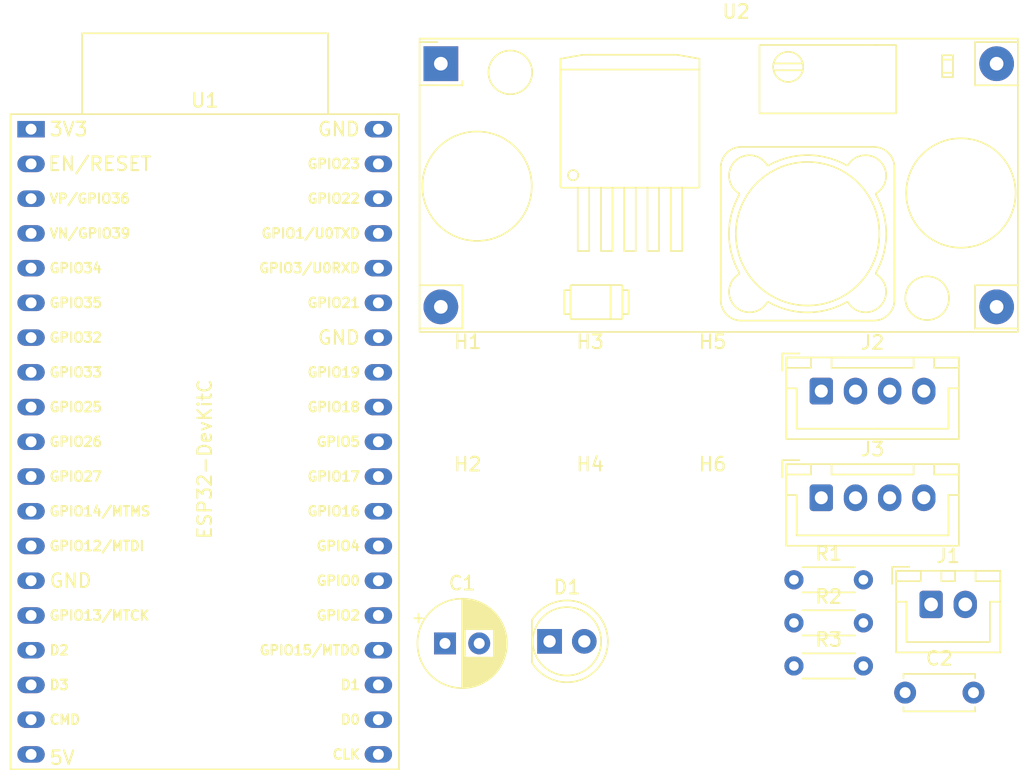
<source format=kicad_pcb>
(kicad_pcb (version 20221018) (generator pcbnew)
  (layers (0 "F.Cu" signal) (31 "B.Cu" signal) (34 "B.Paste" user) (35 "F.Paste" user) (36 "B.SilkS" user "B.Silkscreen") (37 "F.SilkS" user "F.Silkscreen") (38 "B.Mask" user) (39 "F.Mask" user) (44 "Edge.Cuts" user))
  (net 0 "")
  (net 1 "+5V")
  (net 2 "GND")
  (net 3 "Net-(D1-K)")
  (net 4 "LED_ALIVE")
  (net 5 "+12V")
  (net 6 "TXD2")
  (net 7 "RXD2")
  (net 8 "SCL")
  (net 9 "SDA")
  (net 10 "VBAT-3V")
  (net 11 "+3V3")
  (footprint "MountingHole:MountingHole_3.7mm" (layer "F.Cu") (at 168.88 104.84)
    (fp_text reference "H6" (at 0 -4.7) (layer "F.SilkS"))
    (fp_text value "3.7")
    (pad "" np_thru_hole circle (at 0 0) (size 3.7 3.7) (drill 3.7) (layers "*.Cu" "*.Mask"))
  )
  (footprint "Resistor_THT:R_Axial_DIN0204_L3.6mm_D1.6mm_P5.08mm_Horizontal" (layer "F.Cu") (at 174.83 114.89)
    (fp_text reference "R3" (at 2.54 -1.92) (layer "F.SilkS"))
    (fp_text value "470R")
    (fp_line (start 0.62 -0.92) (end 4.46 -0.92) (stroke (width 0.12)) (layer "F.SilkS"))
    (fp_line (start 0.62 0.92) (end 4.46 0.92) (stroke (width 0.12)) (layer "F.SilkS"))
    (pad "1" thru_hole circle (at 0 0) (size 1.4 1.4) (drill 0.7) (layers "*.Cu" "*.Mask") (net 3 "Net-(D1-K)"))
    (pad "2" thru_hole oval (at 5.08 0) (size 1.4 1.4) (drill 0.7) (layers "*.Cu" "*.Mask") (net 2 "GND"))
  )
  (footprint "Connector_JST:JST_XH_B4B-XH-A_1x04_P2.50mm_Vertical" (layer "F.Cu") (at 176.83 94.79)
    (fp_text reference "J2" (at 3.75 -3.55) (layer "F.SilkS"))
    (fp_text value "Conn_display")
    (fp_line (start -2.85 -2.75) (end -2.85 -1.5) (stroke (width 0.12)) (layer "F.SilkS"))
    (fp_line (start -2.56 -2.46) (end -2.56 3.51) (stroke (width 0.12)) (layer "F.SilkS"))
    (fp_line (start -2.56 3.51) (end 10.06 3.51) (stroke (width 0.12)) (layer "F.SilkS"))
    (fp_line (start -2.55 -2.45) (end -2.55 -1.7) (stroke (width 0.12)) (layer "F.SilkS"))
    (fp_line (start -2.55 -1.7) (end -0.75 -1.7) (stroke (width 0.12)) (layer "F.SilkS"))
    (fp_line (start -2.55 -0.2) (end -1.8 -0.2) (stroke (width 0.12)) (layer "F.SilkS"))
    (fp_line (start -1.8 -0.2) (end -1.8 2.75) (stroke (width 0.12)) (layer "F.SilkS"))
    (fp_line (start -1.8 2.75) (end 3.75 2.75) (stroke (width 0.12)) (layer "F.SilkS"))
    (fp_line (start -1.6 -2.75) (end -2.85 -2.75) (stroke (width 0.12)) (layer "F.SilkS"))
    (fp_line (start -0.75 -2.45) (end -2.55 -2.45) (stroke (width 0.12)) (layer "F.SilkS"))
    (fp_line (start -0.75 -1.7) (end -0.75 -2.45) (stroke (width 0.12)) (layer "F.SilkS"))
    (fp_line (start 0.75 -2.45) (end 0.75 -1.7) (stroke (width 0.12)) (layer "F.SilkS"))
    (fp_line (start 0.75 -1.7) (end 6.75 -1.7) (stroke (width 0.12)) (layer "F.SilkS"))
    (fp_line (start 6.75 -2.45) (end 0.75 -2.45) (stroke (width 0.12)) (layer "F.SilkS"))
    (fp_line (start 6.75 -1.7) (end 6.75 -2.45) (stroke (width 0.12)) (layer "F.SilkS"))
    (fp_line (start 8.25 -2.45) (end 8.25 -1.7) (stroke (width 0.12)) (layer "F.SilkS"))
    (fp_line (start 8.25 -1.7) (end 10.05 -1.7) (stroke (width 0.12)) (layer "F.SilkS"))
    (fp_line (start 9.3 -0.2) (end 9.3 2.75) (stroke (width 0.12)) (layer "F.SilkS"))
    (fp_line (start 9.3 2.75) (end 3.75 2.75) (stroke (width 0.12)) (layer "F.SilkS"))
    (fp_line (start 10.05 -2.45) (end 8.25 -2.45) (stroke (width 0.12)) (layer "F.SilkS"))
    (fp_line (start 10.05 -1.7) (end 10.05 -2.45) (stroke (width 0.12)) (layer "F.SilkS"))
    (fp_line (start 10.05 -0.2) (end 9.3 -0.2) (stroke (width 0.12)) (layer "F.SilkS"))
    (fp_line (start 10.06 -2.46) (end -2.56 -2.46) (stroke (width 0.12)) (layer "F.SilkS"))
    (fp_line (start 10.06 3.51) (end 10.06 -2.46) (stroke (width 0.12)) (layer "F.SilkS"))
    (pad "1" thru_hole roundrect (at 0 0) (size 1.7 1.95) (drill 0.95) (layers "*.Cu" "*.Mask") (roundrect_rratio 0.147059) (net 1 "+5V"))
    (pad "2" thru_hole oval (at 2.5 0) (size 1.7 1.95) (drill 0.95) (layers "*.Cu" "*.Mask") (net 6 "TXD2"))
    (pad "3" thru_hole oval (at 5 0) (size 1.7 1.95) (drill 0.95) (layers "*.Cu" "*.Mask") (net 7 "RXD2"))
    (pad "4" thru_hole oval (at 7.5 0) (size 1.7 1.95) (drill 0.95) (layers "*.Cu" "*.Mask") (net 2 "GND"))
  )
  (footprint "MountingHole:MountingHole_3.7mm" (layer "F.Cu") (at 150.98 95.89)
    (fp_text reference "H1" (at 0 -4.7) (layer "F.SilkS"))
    (fp_text value "3.7")
    (pad "" np_thru_hole circle (at 0 0) (size 3.7 3.7) (drill 3.7) (layers "*.Cu" "*.Mask"))
  )
  (footprint "Resistor_THT:R_Axial_DIN0204_L3.6mm_D1.6mm_P5.08mm_Horizontal" (layer "F.Cu") (at 174.83 111.74)
    (fp_text reference "R2" (at 2.54 -1.92) (layer "F.SilkS"))
    (fp_text value "2k2")
    (fp_line (start 0.62 -0.92) (end 4.46 -0.92) (stroke (width 0.12)) (layer "F.SilkS"))
    (fp_line (start 0.62 0.92) (end 4.46 0.92) (stroke (width 0.12)) (layer "F.SilkS"))
    (pad "1" thru_hole circle (at 0 0) (size 1.4 1.4) (drill 0.7) (layers "*.Cu" "*.Mask") (net 10 "VBAT-3V"))
    (pad "2" thru_hole oval (at 5.08 0) (size 1.4 1.4) (drill 0.7) (layers "*.Cu" "*.Mask") (net 2 "GND"))
  )
  (footprint "Espressif:ESP32-DevKitC" (layer "F.Cu") (at 119.045 75.63812)
    (fp_text reference "U1" (at 12.7 -2.1) (layer "F.SilkS"))
    (fp_text value "ESP32-DevKitC" (at 12.7 24.13 90) (layer "F.SilkS"))
    (fp_text user "GND" (at 1.27 33.02 unlocked) (layer "F.SilkS") (effects (justify left)))
    (fp_text user "GPIO26" (at 1.27 22.86 unlocked) (layer "F.SilkS") (effects (font (size 0.7 0.7)) (justify left)))
    (fp_text user "CMD" (at 1.27 43.18 unlocked) (layer "F.SilkS") (effects (font (size 0.7 0.7)) (justify left)))
    (fp_text user "GPIO23" (at 24.13 2.54 unlocked) (layer "F.SilkS") (effects (font (size 0.7 0.7)) (justify right)))
    (fp_text user "3V3" (at 1.27 0 unlocked) (layer "F.SilkS") (effects (justify left)))
    (fp_text user "GPIO35" (at 1.27 12.7 unlocked) (layer "F.SilkS") (effects (font (size 0.7 0.7)) (justify left)))
    (fp_text user "GPIO21" (at 24.13 12.7 unlocked) (layer "F.SilkS") (effects (font (size 0.7 0.7)) (justify right)))
    (fp_text user "VN/GPIO39" (at 1.27 7.62 unlocked) (layer "F.SilkS") (effects (font (size 0.7 0.7)) (justify left)))
    (fp_text user "GPIO19" (at 24.13 17.78 unlocked) (layer "F.SilkS") (effects (font (size 0.7 0.7)) (justify right)))
    (fp_text user "GPIO0" (at 24.13 33.02 unlocked) (layer "F.SilkS") (effects (font (size 0.7 0.7)) (justify right)))
    (fp_text user "D0" (at 24.13 43.18 unlocked) (layer "F.SilkS") (effects (font (size 0.7 0.7)) (justify right)))
    (fp_text user "GND" (at 24.13 15.24 unlocked) (layer "F.SilkS") (effects (justify right)))
    (fp_text user "D3" (at 1.27 40.64 unlocked) (layer "F.SilkS") (effects (font (size 0.7 0.7)) (justify left)))
    (fp_text user "GPIO18" (at 24.13 20.32 unlocked) (layer "F.SilkS") (effects (font (size 0.7 0.7)) (justify right)))
    (fp_text user "GPIO5" (at 24.13 22.86 unlocked) (layer "F.SilkS") (effects (font (size 0.7 0.7)) (justify right)))
    (fp_text user "GPIO27" (at 1.27 25.4 unlocked) (layer "F.SilkS") (effects (font (size 0.7 0.7)) (justify left)))
    (fp_text user "GPIO12/MTDI" (at 1.27 30.48 unlocked) (layer "F.SilkS") (effects (font (size 0.7 0.7)) (justify left)))
    (fp_text user "GPIO14/MTMS" (at 1.27 27.94 unlocked) (layer "F.SilkS") (effects (font (size 0.7 0.7)) (justify left)))
    (fp_text user "VP/GPIO36" (at 1.27 5.08 unlocked) (layer "F.SilkS") (effects (font (size 0.7 0.7)) (justify left)))
    (fp_text user "GPIO15/MTDO" (at 24.13 38.1 unlocked) (layer "F.SilkS") (effects (font (size 0.7 0.7)) (justify right)))
    (fp_text user "GND" (at 24.13 0 unlocked) (layer "F.SilkS") (effects (justify right)))
    (fp_text user "GPIO16" (at 24.13 27.94 unlocked) (layer "F.SilkS") (effects (font (size 0.7 0.7)) (justify right)))
    (fp_text user "GPIO34" (at 1.27 10.16 unlocked) (layer "F.SilkS") (effects (font (size 0.7 0.7)) (justify left)))
    (fp_text user "GPIO1/U0TXD" (at 24.13 7.62 unlocked) (layer "F.SilkS") (effects (font (size 0.7 0.7)) (justify right)))
    (fp_text user "GPIO32" (at 1.27 15.24 unlocked) (layer "F.SilkS") (effects (font (size 0.7 0.7)) (justify left)))
    (fp_text user "GPIO2" (at 24.13 35.56 unlocked) (layer "F.SilkS") (effects (font (size 0.7 0.7)) (justify right)))
    (fp_text user "GPIO13/MTCK" (at 1.27 35.56 unlocked) (layer "F.SilkS") (effects (font (size 0.7 0.7)) (justify left)))
    (fp_text user "GPIO25" (at 1.27 20.32 unlocked) (layer "F.SilkS") (effects (font (size 0.7 0.7)) (justify left)))
    (fp_text user "D2" (at 1.27 38.1 unlocked) (layer "F.SilkS") (effects (font (size 0.7 0.7)) (justify left)))
    (fp_text user "GPIO22" (at 24.13 5.08 unlocked) (layer "F.SilkS") (effects (font (size 0.7 0.7)) (justify right)))
    (fp_text user "GPIO17" (at 24.13 25.4 unlocked) (layer "F.SilkS") (effects (font (size 0.7 0.7)) (justify right)))
    (fp_text user "D1" (at 24.13 40.64 unlocked) (layer "F.SilkS") (effects (font (size 0.7 0.7)) (justify right)))
    (fp_text user "GPIO33" (at 1.27 17.78 unlocked) (layer "F.SilkS") (effects (font (size 0.7 0.7)) (justify left)))
    (fp_text user "CLK" (at 24.13 45.72 unlocked) (layer "F.SilkS") (effects (font (size 0.7 0.7)) (justify right)))
    (fp_text user "EN/RESET" (at 8.88632 2.53728 unlocked) (layer "F.SilkS") (effects (justify right)))
    (fp_text user "GPIO3/U0RXD" (at 24.13 10.16 unlocked) (layer "F.SilkS") (effects (font (size 0.7 0.7)) (justify right)))
    (fp_text user "GPIO4" (at 24.13 30.48 unlocked) (layer "F.SilkS") (effects (font (size 0.7 0.7)) (justify right)))
    (fp_text user "5V" (at 1.26632 45.97128 unlocked) (layer "F.SilkS") (effects (justify left)))
    (fp_line (start -1.5 46.82) (end 26.899999 46.82) (stroke (width 0.12)) (layer "F.SilkS"))
    (fp_line (start -1.499999 -1.1) (end -1.5 46.82) (stroke (width 0.12)) (layer "F.SilkS"))
    (fp_line (start 3.73012 -7.01312) (end 21.71332 -7.01312) (stroke (width 0.12)) (layer "F.SilkS"))
    (fp_line (start 3.73012 -1.12032) (end 3.73012 -7.01312) (stroke (width 0.12)) (layer "F.SilkS"))
    (fp_line (start 21.71332 -7.01312) (end 21.71332 -1.12032) (stroke (width 0.12)) (layer "F.SilkS"))
    (fp_line (start 26.899999 46.82) (end 26.9 -1.1) (stroke (width 0.12)) (layer "F.SilkS"))
    (fp_line (start 26.9 -1.1) (end -1.499999 -1.1) (stroke (width 0.12)) (layer "F.SilkS"))
    (pad "1" thru_hole rect (at 0 0 270) (size 1.2 2) (drill 0.8) (layers "*.Cu" "*.Mask") (net 11 "+3V3"))
    (pad "2" thru_hole oval (at 0 2.54 270) (size 1.2 2) (drill 0.8) (layers "*.Cu" "*.Mask"))
    (pad "3" thru_hole oval (at 0 5.08 270) (size 1.2 2) (drill 0.8) (layers "*.Cu" "*.Mask"))
    (pad "4" thru_hole oval (at 0 7.62 270) (size 1.2 2) (drill 0.8) (layers "*.Cu" "*.Mask"))
    (pad "5" thru_hole oval (at 0 10.16 270) (size 1.2 2) (drill 0.8) (layers "*.Cu" "*.Mask"))
    (pad "6" thru_hole oval (at 0 12.7 270) (size 1.2 2) (drill 0.8) (layers "*.Cu" "*.Mask") (net 10 "VBAT-3V"))
    (pad "7" thru_hole oval (at 0 15.24 270) (size 1.2 2) (drill 0.8) (layers "*.Cu" "*.Mask"))
    (pad "8" thru_hole oval (at 0 17.78 270) (size 1.2 2) (drill 0.8) (layers "*.Cu" "*.Mask"))
    (pad "9" thru_hole oval (at 0 20.32 270) (size 1.2 2) (drill 0.8) (layers "*.Cu" "*.Mask"))
    (pad "10" thru_hole oval (at 0 22.86 270) (size 1.2 2) (drill 0.8) (layers "*.Cu" "*.Mask"))
    (pad "11" thru_hole oval (at 0 25.4 270) (size 1.2 2) (drill 0.8) (layers "*.Cu" "*.Mask"))
    (pad "12" thru_hole oval (at 0 27.94 270) (size 1.2 2) (drill 0.8) (layers "*.Cu" "*.Mask"))
    (pad "13" thru_hole oval (at 0 30.48 270) (size 1.2 2) (drill 0.8) (layers "*.Cu" "*.Mask") (net 4 "LED_ALIVE"))
    (pad "14" thru_hole oval (at 0 33.02 270) (size 1.2 2) (drill 0.8) (layers "*.Cu" "*.Mask") (net 2 "GND"))
    (pad "15" thru_hole oval (at 0 35.56 270) (size 1.2 2) (drill 0.8) (layers "*.Cu" "*.Mask"))
    (pad "16" thru_hole oval (at 0 38.1 270) (size 1.2 2) (drill 0.8) (layers "*.Cu" "*.Mask"))
    (pad "17" thru_hole oval (at 0 40.64 270) (size 1.2 2) (drill 0.8) (layers "*.Cu" "*.Mask"))
    (pad "18" thru_hole oval (at 0 43.18 270) (size 1.2 2) (drill 0.8) (layers "*.Cu" "*.Mask"))
    (pad "19" thru_hole oval (at 0 45.72 270) (size 1.2 2) (drill 0.8) (layers "*.Cu" "*.Mask") (net 1 "+5V"))
    (pad "20" thru_hole oval (at 25.39632 45.71728 270) (size 1.2 2) (drill 0.8) (layers "*.Cu" "*.Mask"))
    (pad "21" thru_hole oval (at 25.39632 43.17728 270) (size 1.2 2) (drill 0.8) (layers "*.Cu" "*.Mask"))
    (pad "22" thru_hole oval (at 25.4 40.64 270) (size 1.2 2) (drill 0.8) (layers "*.Cu" "*.Mask"))
    (pad "23" thru_hole oval (at 25.4 38.1 270) (size 1.2 2) (drill 0.8) (layers "*.Cu" "*.Mask"))
    (pad "24" thru_hole oval (at 25.4 35.56 270) (size 1.2 2) (drill 0.8) (layers "*.Cu" "*.Mask"))
    (pad "25" thru_hole oval (at 25.4 33.02 270) (size 1.2 2) (drill 0.8) (layers "*.Cu" "*.Mask"))
    (pad "26" thru_hole oval (at 25.4 30.48 270) (size 1.2 2) (drill 0.8) (layers "*.Cu" "*.Mask"))
    (pad "27" thru_hole oval (at 25.4 27.94 270) (size 1.2 2) (drill 0.8) (layers "*.Cu" "*.Mask") (net 7 "RXD2"))
    (pad "28" thru_hole oval (at 25.4 25.4 270) (size 1.2 2) (drill 0.8) (layers "*.Cu" "*.Mask") (net 6 "TXD2"))
    (pad "29" thru_hole oval (at 25.4 22.86 270) (size 1.2 2) (drill 0.8) (layers "*.Cu" "*.Mask"))
    (pad "30" thru_hole oval (at 25.4 20.32 270) (size 1.2 2) (drill 0.8) (layers "*.Cu" "*.Mask"))
    (pad "31" thru_hole oval (at 25.4 17.78 270) (size 1.2 2) (drill 0.8) (layers "*.Cu" "*.Mask"))
    (pad "32" thru_hole oval (at 25.4 15.24 270) (size 1.2 2) (drill 0.8) (layers "*.Cu" "*.Mask") (net 2 "GND"))
    (pad "33" thru_hole oval (at 25.4 12.7 270) (size 1.2 2) (drill 0.8) (layers "*.Cu" "*.Mask") (net 9 "SDA"))
    (pad "34" thru_hole oval (at 25.4 10.16 270) (size 1.2 2) (drill 0.8) (layers "*.Cu" "*.Mask"))
    (pad "35" thru_hole oval (at 25.4 7.62 270) (size 1.2 2) (drill 0.8) (layers "*.Cu" "*.Mask"))
    (pad "36" thru_hole oval (at 25.4 5.08 270) (size 1.2 2) (drill 0.8) (layers "*.Cu" "*.Mask") (net 8 "SCL"))
    (pad "37" thru_hole oval (at 25.4 2.54 270) (size 1.2 2) (drill 0.8) (layers "*.Cu" "*.Mask"))
    (pad "38" thru_hole oval (at 25.4 0 270) (size 1.2 2) (drill 0.8) (layers "*.Cu" "*.Mask") (net 2 "GND"))
  )
  (footprint "MountingHole:MountingHole_3.7mm" (layer "F.Cu") (at 168.88 95.89)
    (fp_text reference "H5" (at 0 -4.7) (layer "F.SilkS"))
    (fp_text value "3.7")
    (pad "" np_thru_hole circle (at 0 0) (size 3.7 3.7) (drill 3.7) (layers "*.Cu" "*.Mask"))
  )
  (footprint "Capacitor_THT:CP_Radial_D6.3mm_P2.50mm" (layer "F.Cu") (at 149.315241 113.24)
    (fp_text reference "C1" (at 1.25 -4.4) (layer "F.SilkS"))
    (fp_text value "470uF")
    (fp_line (start -2.250241 -1.839) (end -1.620241 -1.839) (stroke (width 0.12)) (layer "F.SilkS"))
    (fp_line (start -1.935241 -2.154) (end -1.935241 -1.524) (stroke (width 0.12)) (layer "F.SilkS"))
    (fp_line (start 1.25 -3.23) (end 1.25 3.23) (stroke (width 0.12)) (layer "F.SilkS"))
    (fp_line (start 1.29 -3.23) (end 1.29 3.23) (stroke (width 0.12)) (layer "F.SilkS"))
    (fp_line (start 1.33 -3.23) (end 1.33 3.23) (stroke (width 0.12)) (layer "F.SilkS"))
    (fp_line (start 1.37 -3.228) (end 1.37 3.228) (stroke (width 0.12)) (layer "F.SilkS"))
    (fp_line (start 1.41 -3.227) (end 1.41 3.227) (stroke (width 0.12)) (layer "F.SilkS"))
    (fp_line (start 1.45 -3.224) (end 1.45 3.224) (stroke (width 0.12)) (layer "F.SilkS"))
    (fp_line (start 1.49 -3.222) (end 1.49 -1.04) (stroke (width 0.12)) (layer "F.SilkS"))
    (fp_line (start 1.49 1.04) (end 1.49 3.222) (stroke (width 0.12)) (layer "F.SilkS"))
    (fp_line (start 1.53 -3.218) (end 1.53 -1.04) (stroke (width 0.12)) (layer "F.SilkS"))
    (fp_line (start 1.53 1.04) (end 1.53 3.218) (stroke (width 0.12)) (layer "F.SilkS"))
    (fp_line (start 1.57 -3.215) (end 1.57 -1.04) (stroke (width 0.12)) (layer "F.SilkS"))
    (fp_line (start 1.57 1.04) (end 1.57 3.215) (stroke (width 0.12)) (layer "F.SilkS"))
    (fp_line (start 1.61 -3.211) (end 1.61 -1.04) (stroke (width 0.12)) (layer "F.SilkS"))
    (fp_line (start 1.61 1.04) (end 1.61 3.211) (stroke (width 0.12)) (layer "F.SilkS"))
    (fp_line (start 1.65 -3.206) (end 1.65 -1.04) (stroke (width 0.12)) (layer "F.SilkS"))
    (fp_line (start 1.65 1.04) (end 1.65 3.206) (stroke (width 0.12)) (layer "F.SilkS"))
    (fp_line (start 1.69 -3.201) (end 1.69 -1.04) (stroke (width 0.12)) (layer "F.SilkS"))
    (fp_line (start 1.69 1.04) (end 1.69 3.201) (stroke (width 0.12)) (layer "F.SilkS"))
    (fp_line (start 1.73 -3.195) (end 1.73 -1.04) (stroke (width 0.12)) (layer "F.SilkS"))
    (fp_line (start 1.73 1.04) (end 1.73 3.195) (stroke (width 0.12)) (layer "F.SilkS"))
    (fp_line (start 1.77 -3.189) (end 1.77 -1.04) (stroke (width 0.12)) (layer "F.SilkS"))
    (fp_line (start 1.77 1.04) (end 1.77 3.189) (stroke (width 0.12)) (layer "F.SilkS"))
    (fp_line (start 1.81 -3.182) (end 1.81 -1.04) (stroke (width 0.12)) (layer "F.SilkS"))
    (fp_line (start 1.81 1.04) (end 1.81 3.182) (stroke (width 0.12)) (layer "F.SilkS"))
    (fp_line (start 1.85 -3.175) (end 1.85 -1.04) (stroke (width 0.12)) (layer "F.SilkS"))
    (fp_line (start 1.85 1.04) (end 1.85 3.175) (stroke (width 0.12)) (layer "F.SilkS"))
    (fp_line (start 1.89 -3.167) (end 1.89 -1.04) (stroke (width 0.12)) (layer "F.SilkS"))
    (fp_line (start 1.89 1.04) (end 1.89 3.167) (stroke (width 0.12)) (layer "F.SilkS"))
    (fp_line (start 1.93 -3.159) (end 1.93 -1.04) (stroke (width 0.12)) (layer "F.SilkS"))
    (fp_line (start 1.93 1.04) (end 1.93 3.159) (stroke (width 0.12)) (layer "F.SilkS"))
    (fp_line (start 1.971 -3.15) (end 1.971 -1.04) (stroke (width 0.12)) (layer "F.SilkS"))
    (fp_line (start 1.971 1.04) (end 1.971 3.15) (stroke (width 0.12)) (layer "F.SilkS"))
    (fp_line (start 2.011 -3.141) (end 2.011 -1.04) (stroke (width 0.12)) (layer "F.SilkS"))
    (fp_line (start 2.011 1.04) (end 2.011 3.141) (stroke (width 0.12)) (layer "F.SilkS"))
    (fp_line (start 2.051 -3.131) (end 2.051 -1.04) (stroke (width 0.12)) (layer "F.SilkS"))
    (fp_line (start 2.051 1.04) (end 2.051 3.131) (stroke (width 0.12)) (layer "F.SilkS"))
    (fp_line (start 2.091 -3.121) (end 2.091 -1.04) (stroke (width 0.12)) (layer "F.SilkS"))
    (fp_line (start 2.091 1.04) (end 2.091 3.121) (stroke (width 0.12)) (layer "F.SilkS"))
    (fp_line (start 2.131 -3.11) (end 2.131 -1.04) (stroke (width 0.12)) (layer "F.SilkS"))
    (fp_line (start 2.131 1.04) (end 2.131 3.11) (stroke (width 0.12)) (layer "F.SilkS"))
    (fp_line (start 2.171 -3.098) (end 2.171 -1.04) (stroke (width 0.12)) (layer "F.SilkS"))
    (fp_line (start 2.171 1.04) (end 2.171 3.098) (stroke (width 0.12)) (layer "F.SilkS"))
    (fp_line (start 2.211 -3.086) (end 2.211 -1.04) (stroke (width 0.12)) (layer "F.SilkS"))
    (fp_line (start 2.211 1.04) (end 2.211 3.086) (stroke (width 0.12)) (layer "F.SilkS"))
    (fp_line (start 2.251 -3.074) (end 2.251 -1.04) (stroke (width 0.12)) (layer "F.SilkS"))
    (fp_line (start 2.251 1.04) (end 2.251 3.074) (stroke (width 0.12)) (layer "F.SilkS"))
    (fp_line (start 2.291 -3.061) (end 2.291 -1.04) (stroke (width 0.12)) (layer "F.SilkS"))
    (fp_line (start 2.291 1.04) (end 2.291 3.061) (stroke (width 0.12)) (layer "F.SilkS"))
    (fp_line (start 2.331 -3.047) (end 2.331 -1.04) (stroke (width 0.12)) (layer "F.SilkS"))
    (fp_line (start 2.331 1.04) (end 2.331 3.047) (stroke (width 0.12)) (layer "F.SilkS"))
    (fp_line (start 2.371 -3.033) (end 2.371 -1.04) (stroke (width 0.12)) (layer "F.SilkS"))
    (fp_line (start 2.371 1.04) (end 2.371 3.033) (stroke (width 0.12)) (layer "F.SilkS"))
    (fp_line (start 2.411 -3.018) (end 2.411 -1.04) (stroke (width 0.12)) (layer "F.SilkS"))
    (fp_line (start 2.411 1.04) (end 2.411 3.018) (stroke (width 0.12)) (layer "F.SilkS"))
    (fp_line (start 2.451 -3.002) (end 2.451 -1.04) (stroke (width 0.12)) (layer "F.SilkS"))
    (fp_line (start 2.451 1.04) (end 2.451 3.002) (stroke (width 0.12)) (layer "F.SilkS"))
    (fp_line (start 2.491 -2.986) (end 2.491 -1.04) (stroke (width 0.12)) (layer "F.SilkS"))
    (fp_line (start 2.491 1.04) (end 2.491 2.986) (stroke (width 0.12)) (layer "F.SilkS"))
    (fp_line (start 2.531 -2.97) (end 2.531 -1.04) (stroke (width 0.12)) (layer "F.SilkS"))
    (fp_line (start 2.531 1.04) (end 2.531 2.97) (stroke (width 0.12)) (layer "F.SilkS"))
    (fp_line (start 2.571 -2.952) (end 2.571 -1.04) (stroke (width 0.12)) (layer "F.SilkS"))
    (fp_line (start 2.571 1.04) (end 2.571 2.952) (stroke (width 0.12)) (layer "F.SilkS"))
    (fp_line (start 2.611 -2.934) (end 2.611 -1.04) (stroke (width 0.12)) (layer "F.SilkS"))
    (fp_line (start 2.611 1.04) (end 2.611 2.934) (stroke (width 0.12)) (layer "F.SilkS"))
    (fp_line (start 2.651 -2.916) (end 2.651 -1.04) (stroke (width 0.12)) (layer "F.SilkS"))
    (fp_line (start 2.651 1.04) (end 2.651 2.916) (stroke (width 0.12)) (layer "F.SilkS"))
    (fp_line (start 2.691 -2.896) (end 2.691 -1.04) (stroke (width 0.12)) (layer "F.SilkS"))
    (fp_line (start 2.691 1.04) (end 2.691 2.896) (stroke (width 0.12)) (layer "F.SilkS"))
    (fp_line (start 2.731 -2.876) (end 2.731 -1.04) (stroke (width 0.12)) (layer "F.SilkS"))
    (fp_line (start 2.731 1.04) (end 2.731 2.876) (stroke (width 0.12)) (layer "F.SilkS"))
    (fp_line (start 2.771 -2.856) (end 2.771 -1.04) (stroke (width 0.12)) (layer "F.SilkS"))
    (fp_line (start 2.771 1.04) (end 2.771 2.856) (stroke (width 0.12)) (layer "F.SilkS"))
    (fp_line (start 2.811 -2.834) (end 2.811 -1.04) (stroke (width 0.12)) (layer "F.SilkS"))
    (fp_line (start 2.811 1.04) (end 2.811 2.834) (stroke (width 0.12)) (layer "F.SilkS"))
    (fp_line (start 2.851 -2.812) (end 2.851 -1.04) (stroke (width 0.12)) (layer "F.SilkS"))
    (fp_line (start 2.851 1.04) (end 2.851 2.812) (stroke (width 0.12)) (layer "F.SilkS"))
    (fp_line (start 2.891 -2.79) (end 2.891 -1.04) (stroke (width 0.12)) (layer "F.SilkS"))
    (fp_line (start 2.891 1.04) (end 2.891 2.79) (stroke (width 0.12)) (layer "F.SilkS"))
    (fp_line (start 2.931 -2.766) (end 2.931 -1.04) (stroke (width 0.12)) (layer "F.SilkS"))
    (fp_line (start 2.931 1.04) (end 2.931 2.766) (stroke (width 0.12)) (layer "F.SilkS"))
    (fp_line (start 2.971 -2.742) (end 2.971 -1.04) (stroke (width 0.12)) (layer "F.SilkS"))
    (fp_line (start 2.971 1.04) (end 2.971 2.742) (stroke (width 0.12)) (layer "F.SilkS"))
    (fp_line (start 3.011 -2.716) (end 3.011 -1.04) (stroke (width 0.12)) (layer "F.SilkS"))
    (fp_line (start 3.011 1.04) (end 3.011 2.716) (stroke (width 0.12)) (layer "F.SilkS"))
    (fp_line (start 3.051 -2.69) (end 3.051 -1.04) (stroke (width 0.12)) (layer "F.SilkS"))
    (fp_line (start 3.051 1.04) (end 3.051 2.69) (stroke (width 0.12)) (layer "F.SilkS"))
    (fp_line (start 3.091 -2.664) (end 3.091 -1.04) (stroke (width 0.12)) (layer "F.SilkS"))
    (fp_line (start 3.091 1.04) (end 3.091 2.664) (stroke (width 0.12)) (layer "F.SilkS"))
    (fp_line (start 3.131 -2.636) (end 3.131 -1.04) (stroke (width 0.12)) (layer "F.SilkS"))
    (fp_line (start 3.131 1.04) (end 3.131 2.636) (stroke (width 0.12)) (layer "F.SilkS"))
    (fp_line (start 3.171 -2.607) (end 3.171 -1.04) (stroke (width 0.12)) (layer "F.SilkS"))
    (fp_line (start 3.171 1.04) (end 3.171 2.607) (stroke (width 0.12)) (layer "F.SilkS"))
    (fp_line (start 3.211 -2.578) (end 3.211 -1.04) (stroke (width 0.12)) (layer "F.SilkS"))
    (fp_line (start 3.211 1.04) (end 3.211 2.578) (stroke (width 0.12)) (layer "F.SilkS"))
    (fp_line (start 3.251 -2.548) (end 3.251 -1.04) (stroke (width 0.12)) (layer "F.SilkS"))
    (fp_line (start 3.251 1.04) (end 3.251 2.548) (stroke (width 0.12)) (layer "F.SilkS"))
    (fp_line (start 3.291 -2.516) (end 3.291 -1.04) (stroke (width 0.12)) (layer "F.SilkS"))
    (fp_line (start 3.291 1.04) (end 3.291 2.516) (stroke (width 0.12)) (layer "F.SilkS"))
    (fp_line (start 3.331 -2.484) (end 3.331 -1.04) (stroke (width 0.12)) (layer "F.SilkS"))
    (fp_line (start 3.331 1.04) (end 3.331 2.484) (stroke (width 0.12)) (layer "F.SilkS"))
    (fp_line (start 3.371 -2.45) (end 3.371 -1.04) (stroke (width 0.12)) (layer "F.SilkS"))
    (fp_line (start 3.371 1.04) (end 3.371 2.45) (stroke (width 0.12)) (layer "F.SilkS"))
    (fp_line (start 3.411 -2.416) (end 3.411 -1.04) (stroke (width 0.12)) (layer "F.SilkS"))
    (fp_line (start 3.411 1.04) (end 3.411 2.416) (stroke (width 0.12)) (layer "F.SilkS"))
    (fp_line (start 3.451 -2.38) (end 3.451 -1.04) (stroke (width 0.12)) (layer "F.SilkS"))
    (fp_line (start 3.451 1.04) (end 3.451 2.38) (stroke (width 0.12)) (layer "F.SilkS"))
    (fp_line (start 3.491 -2.343) (end 3.491 -1.04) (stroke (width 0.12)) (layer "F.SilkS"))
    (fp_line (start 3.491 1.04) (end 3.491 2.343) (stroke (width 0.12)) (layer "F.SilkS"))
    (fp_line (start 3.531 -2.305) (end 3.531 -1.04) (stroke (width 0.12)) (layer "F.SilkS"))
    (fp_line (start 3.531 1.04) (end 3.531 2.305) (stroke (width 0.12)) (layer "F.SilkS"))
    (fp_line (start 3.571 -2.265) (end 3.571 2.265) (stroke (width 0.12)) (layer "F.SilkS"))
    (fp_line (start 3.611 -2.224) (end 3.611 2.224) (stroke (width 0.12)) (layer "F.SilkS"))
    (fp_line (start 3.651 -2.182) (end 3.651 2.182) (stroke (width 0.12)) (layer "F.SilkS"))
    (fp_line (start 3.691 -2.137) (end 3.691 2.137) (stroke (width 0.12)) (layer "F.SilkS"))
    (fp_line (start 3.731 -2.092) (end 3.731 2.092) (stroke (width 0.12)) (layer "F.SilkS"))
    (fp_line (start 3.771 -2.044) (end 3.771 2.044) (stroke (width 0.12)) (layer "F.SilkS"))
    (fp_line (start 3.811 -1.995) (end 3.811 1.995) (stroke (width 0.12)) (layer "F.SilkS"))
    (fp_line (start 3.851 -1.944) (end 3.851 1.944) (stroke (width 0.12)) (layer "F.SilkS"))
    (fp_line (start 3.891 -1.89) (end 3.891 1.89) (stroke (width 0.12)) (layer "F.SilkS"))
    (fp_line (start 3.931 -1.834) (end 3.931 1.834) (stroke (width 0.12)) (layer "F.SilkS"))
    (fp_line (start 3.971 -1.776) (end 3.971 1.776) (stroke (width 0.12)) (layer "F.SilkS"))
    (fp_line (start 4.011 -1.714) (end 4.011 1.714) (stroke (width 0.12)) (layer "F.SilkS"))
    (fp_line (start 4.051 -1.65) (end 4.051 1.65) (stroke (width 0.12)) (layer "F.SilkS"))
    (fp_line (start 4.091 -1.581) (end 4.091 1.581) (stroke (width 0.12)) (layer "F.SilkS"))
    (fp_line (start 4.131 -1.509) (end 4.131 1.509) (stroke (width 0.12)) (layer "F.SilkS"))
    (fp_line (start 4.171 -1.432) (end 4.171 1.432) (stroke (width 0.12)) (layer "F.SilkS"))
    (fp_line (start 4.211 -1.35) (end 4.211 1.35) (stroke (width 0.12)) (layer "F.SilkS"))
    (fp_line (start 4.251 -1.262) (end 4.251 1.262) (stroke (width 0.12)) (layer "F.SilkS"))
    (fp_line (start 4.291 -1.165) (end 4.291 1.165) (stroke (width 0.12)) (layer "F.SilkS"))
    (fp_line (start 4.331 -1.059) (end 4.331 1.059) (stroke (width 0.12)) (layer "F.SilkS"))
    (fp_line (start 4.371 -0.94) (end 4.371 0.94) (stroke (width 0.12)) (layer "F.SilkS"))
    (fp_line (start 4.411 -0.802) (end 4.411 0.802) (stroke (width 0.12)) (layer "F.SilkS"))
    (fp_line (start 4.451 -0.633) (end 4.451 0.633) (stroke (width 0.12)) (layer "F.SilkS"))
    (fp_line (start 4.491 -0.402) (end 4.491 0.402) (stroke (width 0.12)) (layer "F.SilkS"))
    (fp_circle (center 1.25 0) (end 4.52 0) (stroke (width 0.12)) (fill none) (layer "F.SilkS"))
    (pad "1" thru_hole rect (at 0 0) (size 1.6 1.6) (drill 0.8) (layers "*.Cu" "*.Mask") (net 1 "+5V"))
    (pad "2" thru_hole circle (at 2.5 0) (size 1.6 1.6) (drill 0.8) (layers "*.Cu" "*.Mask") (net 2 "GND"))
  )
  (footprint "Resistor_THT:R_Axial_DIN0204_L3.6mm_D1.6mm_P5.08mm_Horizontal" (layer "F.Cu") (at 174.83 108.59)
    (fp_text reference "R1" (at 2.54 -1.92) (layer "F.SilkS"))
    (fp_text value "10k")
    (fp_line (start 0.62 -0.92) (end 4.46 -0.92) (stroke (width 0.12)) (layer "F.SilkS"))
    (fp_line (start 0.62 0.92) (end 4.46 0.92) (stroke (width 0.12)) (layer "F.SilkS"))
    (pad "1" thru_hole circle (at 0 0) (size 1.4 1.4) (drill 0.7) (layers "*.Cu" "*.Mask") (net 5 "+12V"))
    (pad "2" thru_hole oval (at 5.08 0) (size 1.4 1.4) (drill 0.7) (layers "*.Cu" "*.Mask") (net 10 "VBAT-3V"))
  )
  (footprint "Connector_JST:JST_XH_B2B-XH-A_1x02_P2.50mm_Vertical" (layer "F.Cu") (at 184.86 110.39)
    (fp_text reference "J1" (at 1.25 -3.55) (layer "F.SilkS"))
    (fp_text value "Conn_pwr")
    (fp_line (start -2.85 -2.75) (end -2.85 -1.5) (stroke (width 0.12)) (layer "F.SilkS"))
    (fp_line (start -2.56 -2.46) (end -2.56 3.51) (stroke (width 0.12)) (layer "F.SilkS"))
    (fp_line (start -2.56 3.51) (end 5.06 3.51) (stroke (width 0.12)) (layer "F.SilkS"))
    (fp_line (start -2.55 -2.45) (end -2.55 -1.7) (stroke (width 0.12)) (layer "F.SilkS"))
    (fp_line (start -2.55 -1.7) (end -0.75 -1.7) (stroke (width 0.12)) (layer "F.SilkS"))
    (fp_line (start -2.55 -0.2) (end -1.8 -0.2) (stroke (width 0.12)) (layer "F.SilkS"))
    (fp_line (start -1.8 -0.2) (end -1.8 2.75) (stroke (width 0.12)) (layer "F.SilkS"))
    (fp_line (start -1.8 2.75) (end 1.25 2.75) (stroke (width 0.12)) (layer "F.SilkS"))
    (fp_line (start -1.6 -2.75) (end -2.85 -2.75) (stroke (width 0.12)) (layer "F.SilkS"))
    (fp_line (start -0.75 -2.45) (end -2.55 -2.45) (stroke (width 0.12)) (layer "F.SilkS"))
    (fp_line (start -0.75 -1.7) (end -0.75 -2.45) (stroke (width 0.12)) (layer "F.SilkS"))
    (fp_line (start 0.75 -2.45) (end 0.75 -1.7) (stroke (width 0.12)) (layer "F.SilkS"))
    (fp_line (start 0.75 -1.7) (end 1.75 -1.7) (stroke (width 0.12)) (layer "F.SilkS"))
    (fp_line (start 1.75 -2.45) (end 0.75 -2.45) (stroke (width 0.12)) (layer "F.SilkS"))
    (fp_line (start 1.75 -1.7) (end 1.75 -2.45) (stroke (width 0.12)) (layer "F.SilkS"))
    (fp_line (start 3.25 -2.45) (end 3.25 -1.7) (stroke (width 0.12)) (layer "F.SilkS"))
    (fp_line (start 3.25 -1.7) (end 5.05 -1.7) (stroke (width 0.12)) (layer "F.SilkS"))
    (fp_line (start 4.3 -0.2) (end 4.3 2.75) (stroke (width 0.12)) (layer "F.SilkS"))
    (fp_line (start 4.3 2.75) (end 1.25 2.75) (stroke (width 0.12)) (layer "F.SilkS"))
    (fp_line (start 5.05 -2.45) (end 3.25 -2.45) (stroke (width 0.12)) (layer "F.SilkS"))
    (fp_line (start 5.05 -1.7) (end 5.05 -2.45) (stroke (width 0.12)) (layer "F.SilkS"))
    (fp_line (start 5.05 -0.2) (end 4.3 -0.2) (stroke (width 0.12)) (layer "F.SilkS"))
    (fp_line (start 5.06 -2.46) (end -2.56 -2.46) (stroke (width 0.12)) (layer "F.SilkS"))
    (fp_line (start 5.06 3.51) (end 5.06 -2.46) (stroke (width 0.12)) (layer "F.SilkS"))
    (pad "1" thru_hole roundrect (at 0 0) (size 1.7 2) (drill 1) (layers "*.Cu" "*.Mask") (roundrect_rratio 0.147059) (net 5 "+12V"))
    (pad "2" thru_hole oval (at 2.5 0) (size 1.7 2) (drill 1) (layers "*.Cu" "*.Mask") (net 2 "GND"))
  )
  (footprint "StepDown:StepDown_LM2596" (layer "F.Cu") (at 149.01 70.85)
    (fp_text reference "U2" (at 21.59 -3.81) (layer "F.SilkS"))
    (fp_text value "LM2596_buck")
    (fp_line (start -1.555 -1.835) (end -1.555 19.615) (stroke (width 0.12)) (layer "F.SilkS"))
    (fp_line (start -1.555 19.615) (end 42.195 19.615) (stroke (width 0.12)) (layer "F.SilkS"))
    (fp_line (start -1.55 -1.58) (end -0.25 -1.58) (stroke (width 0.12)) (layer "F.SilkS"))
    (fp_line (start -1.55 1.575) (end 1.58 1.58) (stroke (width 0.12)) (layer "F.SilkS"))
    (fp_line (start -1.55 16.2) (end 1.58 16.2) (stroke (width 0.12)) (layer "F.SilkS"))
    (fp_line (start -1.55 19.36) (end 1.58 19.36) (stroke (width 0.12)) (layer "F.SilkS"))
    (fp_line (start 1.58 1.27) (end 1.58 1.58) (stroke (width 0.12)) (layer "F.SilkS"))
    (fp_line (start 1.58 16.2) (end 1.58 19.36) (stroke (width 0.12)) (layer "F.SilkS"))
    (fp_line (start 8.749233 1.004149) (end 8.749233 1.165687) (stroke (width 0.12)) (layer "F.SilkS"))
    (fp_line (start 8.750233 -0.36239) (end 10.400233 -0.653329) (stroke (width 0.12)) (layer "F.SilkS"))
    (fp_line (start 8.750233 8.989106) (end 8.750233 -0.36239) (stroke (width 0.12)) (layer "F.SilkS"))
    (fp_line (start 8.750233 8.989106) (end 8.827797 9.06667) (stroke (width 0.12)) (layer "F.SilkS"))
    (fp_line (start 8.827797 9.06667) (end 18.83267 9.06667) (stroke (width 0.12)) (layer "F.SilkS"))
    (fp_line (start 9.031636 16.558217) (end 9.481636 16.558217) (stroke (width 0.12)) (layer "F.SilkS"))
    (fp_line (start 9.031636 18.308217) (end 9.031636 16.558217) (stroke (width 0.12)) (layer "F.SilkS"))
    (fp_line (start 9.481636 18.308217) (end 9.031636 18.308217) (stroke (width 0.12)) (layer "F.SilkS"))
    (fp_line (start 9.481636 18.583217) (end 9.481636 16.283217) (stroke (width 0.12)) (layer "F.SilkS"))
    (fp_line (start 9.581636 16.183217) (end 13.181636 16.183217) (stroke (width 0.12)) (layer "F.SilkS"))
    (fp_line (start 10.010233 13.69667) (end 10.010233 9.06667) (stroke (width 0.12)) (layer "F.SilkS"))
    (fp_line (start 10.010233 13.69667) (end 10.850233 13.69667) (stroke (width 0.12)) (layer "F.SilkS"))
    (fp_line (start 10.400233 -0.653329) (end 17.260233 -0.653329) (stroke (width 0.12)) (layer "F.SilkS"))
    (fp_line (start 10.850233 13.69667) (end 10.850233 9.06667) (stroke (width 0.12)) (layer "F.SilkS"))
    (fp_line (start 11.710233 13.69667) (end 11.710233 9.06667) (stroke (width 0.12)) (layer "F.SilkS"))
    (fp_line (start 11.710233 13.69667) (end 12.550233 13.69667) (stroke (width 0.12)) (layer "F.SilkS"))
    (fp_line (start 12.411358 16.283217) (end 12.411358 18.583217) (stroke (width 0.12)) (layer "F.SilkS"))
    (fp_line (start 12.550233 13.69667) (end 12.550233 9.06667) (stroke (width 0.12)) (layer "F.SilkS"))
    (fp_line (start 13.181636 18.683217) (end 9.581636 18.683217) (stroke (width 0.12)) (layer "F.SilkS"))
    (fp_line (start 13.281636 16.283217) (end 13.281636 18.583217) (stroke (width 0.12)) (layer "F.SilkS"))
    (fp_line (start 13.281636 16.558217) (end 13.731636 16.558217) (stroke (width 0.12)) (layer "F.SilkS"))
    (fp_line (start 13.282636 16.794696) (end 13.282636 16.700144) (stroke (width 0.12)) (layer "F.SilkS"))
    (fp_line (start 13.410233 13.69667) (end 13.410233 9.06667) (stroke (width 0.12)) (layer "F.SilkS"))
    (fp_line (start 13.410233 13.69667) (end 14.250233 13.69667) (stroke (width 0.12)) (layer "F.SilkS"))
    (fp_line (start 13.731636 16.558217) (end 13.731636 18.308217) (stroke (width 0.12)) (layer "F.SilkS"))
    (fp_line (start 13.731636 18.308217) (end 13.281636 18.308217) (stroke (width 0.12)) (layer "F.SilkS"))
    (fp_line (start 14.250233 13.69667) (end 14.250233 9.06667) (stroke (width 0.12)) (layer "F.SilkS"))
    (fp_line (start 15.110233 13.69667) (end 15.110233 9.06667) (stroke (width 0.12)) (layer "F.SilkS"))
    (fp_line (start 15.110233 13.69667) (end 15.950233 13.69667) (stroke (width 0.12)) (layer "F.SilkS"))
    (fp_line (start 15.950233 13.69667) (end 15.950233 9.06667) (stroke (width 0.12)) (layer "F.SilkS"))
    (fp_line (start 16.810233 13.69667) (end 16.810233 9.06667) (stroke (width 0.12)) (layer "F.SilkS"))
    (fp_line (start 16.810233 13.69667) (end 17.650233 13.69667) (stroke (width 0.12)) (layer "F.SilkS"))
    (fp_line (start 17.260233 -0.653329) (end 18.910233 -0.36239) (stroke (width 0.12)) (layer "F.SilkS"))
    (fp_line (start 17.650233 13.69667) (end 17.650233 9.06667) (stroke (width 0.12)) (layer "F.SilkS"))
    (fp_line (start 18.83267 9.06667) (end 18.910233 8.989106) (stroke (width 0.12)) (layer "F.SilkS"))
    (fp_line (start 18.910233 0.42667) (end 8.750233 0.42667) (stroke (width 0.12)) (layer "F.SilkS"))
    (fp_line (start 18.910233 8.989106) (end 18.910233 -0.36239) (stroke (width 0.12)) (layer "F.SilkS"))
    (fp_line (start 20.467397 7.585796) (end 20.467397 17.285796) (stroke (width 0.12)) (layer "F.SilkS"))
    (fp_line (start 21.967397 18.785796) (end 31.667397 18.785796) (stroke (width 0.12)) (layer "F.SilkS"))
    (fp_line (start 23.299783 3.582294) (end 23.299783 -1.317705) (stroke (width 0.12)) (layer "F.SilkS"))
    (fp_line (start 23.349783 -1.367705) (end 33.249783 -1.367705) (stroke (width 0.12)) (layer "F.SilkS"))
    (fp_line (start 24.336385 -0.0491) (end 24.360553 -0.017705) (stroke (width 0.12)) (layer "F.SilkS"))
    (fp_line (start 24.348594 0.007294) (end 24.324147 0.002062) (stroke (width 0.12)) (layer "F.SilkS"))
    (fp_line (start 24.348594 0.007294) (end 24.355764 -0.023925) (stroke (width 0.12)) (layer "F.SilkS"))
    (fp_line (start 24.348594 0.007294) (end 24.360553 -0.017705) (stroke (width 0.12)) (layer "F.SilkS"))
    (fp_line (start 24.360553 0.482294) (end 26.439014 0.482294) (stroke (width 0.12)) (layer "F.SilkS"))
    (fp_line (start 26.439014 -0.017705) (end 24.360553 -0.017705) (stroke (width 0.12)) (layer "F.SilkS"))
    (fp_line (start 31.667397 6.085796) (end 21.967397 6.085796) (stroke (width 0.12)) (layer "F.SilkS"))
    (fp_line (start 31.858978 -1.368705) (end 31.814106 -1.368705) (stroke (width 0.12)) (layer "F.SilkS"))
    (fp_line (start 31.942312 -1.368705) (end 31.908357 -1.368705) (stroke (width 0.12)) (layer "F.SilkS"))
    (fp_line (start 33.167397 17.285796) (end 33.167397 7.585796) (stroke (width 0.12)) (layer "F.SilkS"))
    (fp_line (start 33.249783 3.632294) (end 23.349783 3.632294) (stroke (width 0.12)) (layer "F.SilkS"))
    (fp_line (start 33.299783 -1.317705) (end 33.299783 3.582294) (stroke (width 0.12)) (layer "F.SilkS"))
    (fp_line (start 36.648681 -0.299704) (end 37.448681 -0.299704) (stroke (width 0.12)) (layer "F.SilkS"))
    (fp_line (start 36.648681 0.980295) (end 36.648681 -0.619704) (stroke (width 0.12)) (layer "F.SilkS"))
    (fp_line (start 37.448681 -0.619704) (end 36.648681 -0.619704) (stroke (width 0.12)) (layer "F.SilkS"))
    (fp_line (start 37.448681 -0.619704) (end 37.448681 0.980295) (stroke (width 0.12)) (layer "F.SilkS"))
    (fp_line (start 37.448681 0.660295) (end 36.648681 0.660295) (stroke (width 0.12)) (layer "F.SilkS"))
    (fp_line (start 37.448681 0.980295) (end 36.648681 0.980295) (stroke (width 0.12)) (layer "F.SilkS"))
    (fp_line (start 39.06 -1.58) (end 42.175 -1.58) (stroke (width 0.12)) (layer "F.SilkS"))
    (fp_line (start 39.06 1.58) (end 39.06 -1.58) (stroke (width 0.12)) (layer "F.SilkS"))
    (fp_line (start 39.06 1.58) (end 42.22 1.58) (stroke (width 0.12)) (layer "F.SilkS"))
    (fp_line (start 39.06 16.2) (end 42.175 16.2) (stroke (width 0.12)) (layer "F.SilkS"))
    (fp_line (start 39.06 19.36) (end 39.06 16.2) (stroke (width 0.12)) (layer "F.SilkS"))
    (fp_line (start 39.06 19.36) (end 42.175 19.36) (stroke (width 0.12)) (layer "F.SilkS"))
    (fp_line (start 42.195 -1.835) (end -1.555 -1.835) (stroke (width 0.12)) (layer "F.SilkS"))
    (fp_line (start 42.195 19.615) (end 42.195 -1.835) (stroke (width 0.12)) (layer "F.SilkS"))
    (fp_arc (start 9.481636 16.283217) (mid 9.510925 16.212506) (end 9.581636 16.183217) (stroke (width 0.12)) (layer "F.SilkS"))
    (fp_arc (start 9.581636 18.683217) (mid 9.510925 18.653928) (end 9.481636 18.583217) (stroke (width 0.12)) (layer "F.SilkS"))
    (fp_arc (start 13.181636 16.183217) (mid 13.252347 16.212506) (end 13.281636 16.283217) (stroke (width 0.12)) (layer "F.SilkS"))
    (fp_arc (start 13.281636 18.583217) (mid 13.252347 18.653928) (end 13.181636 18.683217) (stroke (width 0.12)) (layer "F.SilkS"))
    (fp_arc (start 20.467397 7.585796) (mid 20.906737 6.525136) (end 21.967397 6.085796) (stroke (width 0.12)) (layer "F.SilkS"))
    (fp_arc (start 21.781131 9.46601) (mid 21.825145 9.526245) (end 21.815218 9.600183) (stroke (width 0.12)) (layer "F.SilkS"))
    (fp_arc (start 21.781132 9.466011) (mid 21.514096 7.132496) (end 23.847611 7.399531) (stroke (width 0.12)) (layer "F.SilkS"))
    (fp_arc (start 21.815217 15.271409) (mid 21.825145 15.345347) (end 21.781132 15.405582) (stroke (width 0.12)) (layer "F.SilkS"))
    (fp_arc (start 21.815218 15.27141) (mid 21.067397 12.435796) (end 21.815218 9.600183) (stroke (width 0.12)) (layer "F.SilkS"))
    (fp_arc (start 21.967397 18.785796) (mid 20.906737 18.346456) (end 20.467397 17.285796) (stroke (width 0.12)) (layer "F.SilkS"))
    (fp_arc (start 23.299783 -1.317705) (mid 23.314428 -1.35306) (end 23.349783 -1.367705) (stroke (width 0.12)) (layer "F.SilkS"))
    (fp_arc (start 23.349783 3.632294) (mid 23.314428 3.617649) (end 23.299783 3.582294) (stroke (width 0.12)) (layer "F.SilkS"))
    (fp_arc (start 23.847611 17.472062) (mid 21.514095 17.739097) (end 21.781132 15.405582) (stroke (width 0.12)) (layer "F.SilkS"))
    (fp_arc (start 23.847611 17.472062) (mid 23.907845 17.428049) (end 23.981783 17.437976) (stroke (width 0.12)) (layer "F.SilkS"))
    (fp_arc (start 23.981783 7.433617) (mid 23.907845 7.443544) (end 23.847611 7.399531) (stroke (width 0.12)) (layer "F.SilkS"))
    (fp_arc (start 23.981784 7.433617) (mid 26.817397 6.685796) (end 29.653011 7.433617) (stroke (width 0.12)) (layer "F.SilkS"))
    (fp_arc (start 24.324148 0.462527) (mid 26.469605 -0.023594) (end 24.336385 0.51369) (stroke (width 0.12)) (layer "F.SilkS"))
    (fp_arc (start 29.653011 17.437976) (mid 26.817397 18.185797) (end 23.981783 17.437976) (stroke (width 0.12)) (layer "F.SilkS"))
    (fp_arc (start 29.653011 17.437976) (mid 29.726949 17.428049) (end 29.787183 17.472062) (stroke (width 0.12)) (layer "F.SilkS"))
    (fp_arc (start 29.787183 7.399531) (mid 29.726949 7.443544) (end 29.653011 7.433617) (stroke (width 0.12)) (layer "F.SilkS"))
    (fp_arc (start 29.787183 7.399531) (mid 32.120699 7.132496) (end 31.853662 9.466011) (stroke (width 0.12)) (layer "F.SilkS"))
    (fp_arc (start 31.667397 6.085796) (mid 32.728057 6.525136) (end 33.167397 7.585796) (stroke (width 0.12)) (layer "F.SilkS"))
    (fp_arc (start 31.819576 9.600183) (mid 32.567397 12.435796) (end 31.819576 15.27141) (stroke (width 0.12)) (layer "F.SilkS"))
    (fp_arc (start 31.819577 9.600184) (mid 31.809649 9.526246) (end 31.853662 9.466011) (stroke (width 0.12)) (layer "F.SilkS"))
    (fp_arc (start 31.853662 15.405582) (mid 32.120698 17.739097) (end 29.787183 17.472062) (stroke (width 0.12)) (layer "F.SilkS"))
    (fp_arc (start 31.853663 15.405583) (mid 31.809649 15.345348) (end 31.819576 15.27141) (stroke (width 0.12)) (layer "F.SilkS"))
    (fp_arc (start 33.167397 17.285796) (mid 32.728057 18.346456) (end 31.667397 18.785796) (stroke (width 0.12)) (layer "F.SilkS"))
    (fp_arc (start 33.249783 -1.367705) (mid 33.285138 -1.35306) (end 33.299783 -1.317705) (stroke (width 0.12)) (layer "F.SilkS"))
    (fp_arc (start 33.299783 3.582294) (mid 33.285138 3.617649) (end 33.249783 3.632294) (stroke (width 0.12)) (layer "F.SilkS"))
    (fp_circle (center 2.646666 8.957418) (end 6.646666 8.957418) (stroke (width 0.12)) (fill none) (layer "F.SilkS"))
    (fp_circle (center 5.08 0.635) (end 6.678999 0.635) (stroke (width 0.12)) (fill none) (layer "F.SilkS"))
    (fp_circle (center 9.673179 8.154594) (end 10.048179 8.154594) (stroke (width 0.12)) (fill none) (layer "F.SilkS"))
    (fp_circle (center 26.817397 12.435796) (end 32.067397 12.435796) (stroke (width 0.12)) (fill none) (layer "F.SilkS"))
    (fp_circle (center 35.56 17.145) (end 37.159 17.145) (stroke (width 0.12)) (fill none) (layer "F.SilkS"))
    (fp_circle (center 38.029307 9.455206) (end 42.029307 9.455206) (stroke (width 0.12)) (fill none) (layer "F.SilkS"))
    (pad "1" thru_hole rect (at 0 0) (size 2.54 2.54) (drill 1) (layers "*.Cu" "*.Mask") (net 5 "+12V"))
    (pad "2" thru_hole circle (at 0 17.78) (size 2.54 2.54) (drill 1) (layers "*.Cu" "*.Mask") (net 2 "GND"))
    (pad "3" thru_hole circle (at 40.64 17.78) (size 2.54 2.54) (drill 1) (layers "*.Cu" "*.Mask") (net 2 "GND"))
    (pad "4" thru_hole circle (at 40.64 0) (size 2.54 2.54) (drill 1) (layers "*.Cu" "*.Mask") (net 1 "+5V"))
  )
  (footprint "MountingHole:MountingHole_3.7mm" (layer "F.Cu") (at 150.98 104.84)
    (fp_text reference "H2" (at 0 -4.7) (layer "F.SilkS"))
    (fp_text value "3.7")
    (pad "" np_thru_hole circle (at 0 0) (size 3.7 3.7) (drill 3.7) (layers "*.Cu" "*.Mask"))
  )
  (footprint "Connector_JST:JST_XH_B4B-XH-A_1x04_P2.50mm_Vertical" (layer "F.Cu") (at 176.83 102.59)
    (fp_text reference "J3" (at 3.75 -3.55) (layer "F.SilkS"))
    (fp_text value "Conn_acc")
    (fp_line (start -2.85 -2.75) (end -2.85 -1.5) (stroke (width 0.12)) (layer "F.SilkS"))
    (fp_line (start -2.56 -2.46) (end -2.56 3.51) (stroke (width 0.12)) (layer "F.SilkS"))
    (fp_line (start -2.56 3.51) (end 10.06 3.51) (stroke (width 0.12)) (layer "F.SilkS"))
    (fp_line (start -2.55 -2.45) (end -2.55 -1.7) (stroke (width 0.12)) (layer "F.SilkS"))
    (fp_line (start -2.55 -1.7) (end -0.75 -1.7) (stroke (width 0.12)) (layer "F.SilkS"))
    (fp_line (start -2.55 -0.2) (end -1.8 -0.2) (stroke (width 0.12)) (layer "F.SilkS"))
    (fp_line (start -1.8 -0.2) (end -1.8 2.75) (stroke (width 0.12)) (layer "F.SilkS"))
    (fp_line (start -1.8 2.75) (end 3.75 2.75) (stroke (width 0.12)) (layer "F.SilkS"))
    (fp_line (start -1.6 -2.75) (end -2.85 -2.75) (stroke (width 0.12)) (layer "F.SilkS"))
    (fp_line (start -0.75 -2.45) (end -2.55 -2.45) (stroke (width 0.12)) (layer "F.SilkS"))
    (fp_line (start -0.75 -1.7) (end -0.75 -2.45) (stroke (width 0.12)) (layer "F.SilkS"))
    (fp_line (start 0.75 -2.45) (end 0.75 -1.7) (stroke (width 0.12)) (layer "F.SilkS"))
    (fp_line (start 0.75 -1.7) (end 6.75 -1.7) (stroke (width 0.12)) (layer "F.SilkS"))
    (fp_line (start 6.75 -2.45) (end 0.75 -2.45) (stroke (width 0.12)) (layer "F.SilkS"))
    (fp_line (start 6.75 -1.7) (end 6.75 -2.45) (stroke (width 0.12)) (layer "F.SilkS"))
    (fp_line (start 8.25 -2.45) (end 8.25 -1.7) (stroke (width 0.12)) (layer "F.SilkS"))
    (fp_line (start 8.25 -1.7) (end 10.05 -1.7) (stroke (width 0.12)) (layer "F.SilkS"))
    (fp_line (start 9.3 -0.2) (end 9.3 2.75) (stroke (width 0.12)) (layer "F.SilkS"))
    (fp_line (start 9.3 2.75) (end 3.75 2.75) (stroke (width 0.12)) (layer "F.SilkS"))
    (fp_line (start 10.05 -2.45) (end 8.25 -2.45) (stroke (width 0.12)) (layer "F.SilkS"))
    (fp_line (start 10.05 -1.7) (end 10.05 -2.45) (stroke (width 0.12)) (layer "F.SilkS"))
    (fp_line (start 10.05 -0.2) (end 9.3 -0.2) (stroke (width 0.12)) (layer "F.SilkS"))
    (fp_line (start 10.06 -2.46) (end -2.56 -2.46) (stroke (width 0.12)) (layer "F.SilkS"))
    (fp_line (start 10.06 3.51) (end 10.06 -2.46) (stroke (width 0.12)) (layer "F.SilkS"))
    (pad "1" thru_hole roundrect (at 0 0) (size 1.7 1.95) (drill 0.95) (layers "*.Cu" "*.Mask") (roundrect_rratio 0.147059) (net 1 "+5V"))
    (pad "2" thru_hole oval (at 2.5 0) (size 1.7 1.95) (drill 0.95) (layers "*.Cu" "*.Mask") (net 8 "SCL"))
    (pad "3" thru_hole oval (at 5 0) (size 1.7 1.95) (drill 0.95) (layers "*.Cu" "*.Mask") (net 9 "SDA"))
    (pad "4" thru_hole oval (at 7.5 0) (size 1.7 1.95) (drill 0.95) (layers "*.Cu" "*.Mask") (net 2 "GND"))
  )
  (footprint "LED_THT:LED_D5.0mm" (layer "F.Cu") (at 156.96 113.09)
    (fp_text reference "D1" (at 1.27 -3.96) (layer "F.SilkS"))
    (fp_text value "LED")
    (fp_line (start -1.29 -1.545) (end -1.29 1.545) (stroke (width 0.12)) (layer "F.SilkS"))
    (fp_arc (start -1.29 -1.54483) (mid 2.072002 -2.880433) (end 4.26 0.000462) (stroke (width 0.12)) (layer "F.SilkS"))
    (fp_arc (start 4.26 -0.000462) (mid 2.072002 2.880433) (end -1.29 1.54483) (stroke (width 0.12)) (layer "F.SilkS"))
    (fp_circle (center 1.27 0) (end 3.77 0) (stroke (width 0.12)) (fill none) (layer "F.SilkS"))
    (pad "1" thru_hole rect (at 0 0) (size 1.8 1.8) (drill 0.9) (layers "*.Cu" "*.Mask") (net 3 "Net-(D1-K)"))
    (pad "2" thru_hole circle (at 2.54 0) (size 1.8 1.8) (drill 0.9) (layers "*.Cu" "*.Mask") (net 4 "LED_ALIVE"))
  )
  (footprint "MountingHole:MountingHole_3.7mm" (layer "F.Cu") (at 159.93 104.84)
    (fp_text reference "H4" (at 0 -4.7) (layer "F.SilkS"))
    (fp_text value "3.7")
    (pad "" np_thru_hole circle (at 0 0) (size 3.7 3.7) (drill 3.7) (layers "*.Cu" "*.Mask"))
  )
  (footprint "MountingHole:MountingHole_3.7mm" (layer "F.Cu") (at 159.93 95.89)
    (fp_text reference "H3" (at 0 -4.7) (layer "F.SilkS"))
    (fp_text value "3.7")
    (pad "" np_thru_hole circle (at 0 0) (size 3.7 3.7) (drill 3.7) (layers "*.Cu" "*.Mask"))
  )
  (footprint "Capacitor_THT:C_Disc_D5.0mm_W2.5mm_P5.00mm" (layer "F.Cu") (at 182.96 116.84)
    (fp_text reference "C2" (at 2.5 -2.5) (layer "F.SilkS"))
    (fp_text value "100nF")
    (fp_line (start -0.12 -1.37) (end -0.12 -1.055) (stroke (width 0.12)) (layer "F.SilkS"))
    (fp_line (start -0.12 -1.37) (end 5.12 -1.37) (stroke (width 0.12)) (layer "F.SilkS"))
    (fp_line (start -0.12 1.055) (end -0.12 1.37) (stroke (width 0.12)) (layer "F.SilkS"))
    (fp_line (start -0.12 1.37) (end 5.12 1.37) (stroke (width 0.12)) (layer "F.SilkS"))
    (fp_line (start 5.12 -1.37) (end 5.12 -1.055) (stroke (width 0.12)) (layer "F.SilkS"))
    (fp_line (start 5.12 1.055) (end 5.12 1.37) (stroke (width 0.12)) (layer "F.SilkS"))
    (pad "1" thru_hole circle (at 0 0) (size 1.6 1.6) (drill 0.8) (layers "*.Cu" "*.Mask") (net 1 "+5V"))
    (pad "2" thru_hole circle (at 5 0) (size 1.6 1.6) (drill 0.8) (layers "*.Cu" "*.Mask") (net 2 "GND"))
  )
)
</source>
